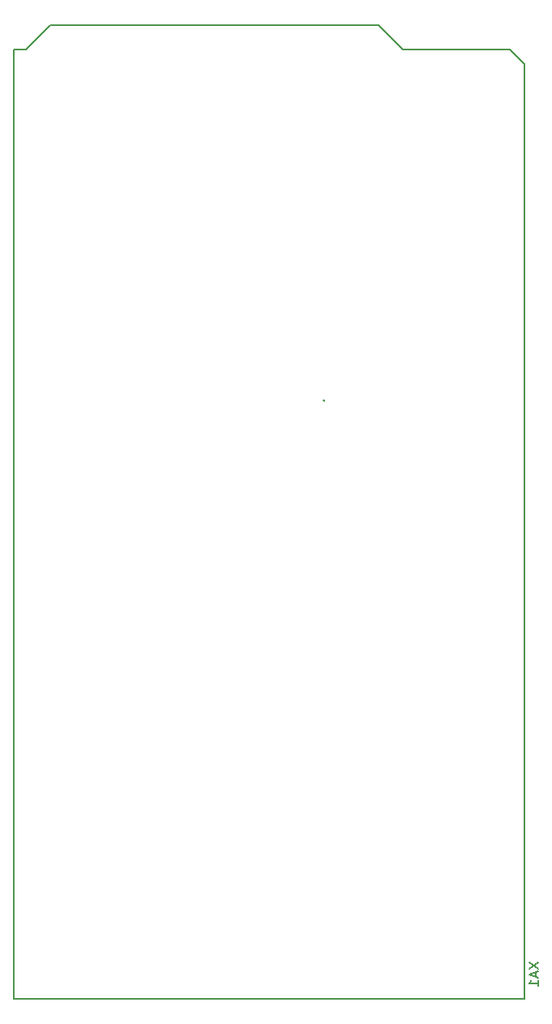
<source format=gbr>
%TF.GenerationSoftware,KiCad,Pcbnew,5.1.10-1.fc34*%
%TF.CreationDate,2021-08-02T19:45:02+02:00*%
%TF.ProjectId,domo_pool_hard,646f6d6f-5f70-46f6-9f6c-5f686172642e,rev?*%
%TF.SameCoordinates,Original*%
%TF.FileFunction,Legend,Bot*%
%TF.FilePolarity,Positive*%
%FSLAX46Y46*%
G04 Gerber Fmt 4.6, Leading zero omitted, Abs format (unit mm)*
G04 Created by KiCad (PCBNEW 5.1.10-1.fc34) date 2021-08-02 19:45:02*
%MOMM*%
%LPD*%
G01*
G04 APERTURE LIST*
%ADD10C,0.150000*%
G04 APERTURE END LIST*
D10*
%TO.C,XA1*%
X117340000Y-176000000D02*
X64000000Y-176000000D01*
X104640000Y-76940000D02*
X115816000Y-76940000D01*
X102100000Y-74400000D02*
X104640000Y-76940000D01*
X67810000Y-74400000D02*
X102100000Y-74400000D01*
X65270000Y-76940000D02*
X67810000Y-74400000D01*
X64000000Y-76940000D02*
X65270000Y-76940000D01*
X117340000Y-78464000D02*
X115816000Y-76940000D01*
X64000000Y-176000000D02*
X64000000Y-76940000D01*
X117340000Y-176000000D02*
X117340000Y-78464000D01*
X117808380Y-172221904D02*
X118808380Y-172888571D01*
X117808380Y-172888571D02*
X118808380Y-172221904D01*
X118522666Y-173221904D02*
X118522666Y-173698095D01*
X118808380Y-173126666D02*
X117808380Y-173460000D01*
X118808380Y-173793333D01*
X118808380Y-174650476D02*
X118808380Y-174079047D01*
X118808380Y-174364761D02*
X117808380Y-174364761D01*
X117951238Y-174269523D01*
X118046476Y-174174285D01*
X118094095Y-174079047D01*
X96361142Y-113516000D02*
X96408761Y-113563619D01*
X96456380Y-113516000D01*
X96408761Y-113468380D01*
X96361142Y-113516000D01*
X96456380Y-113516000D01*
%TD*%
M02*

</source>
